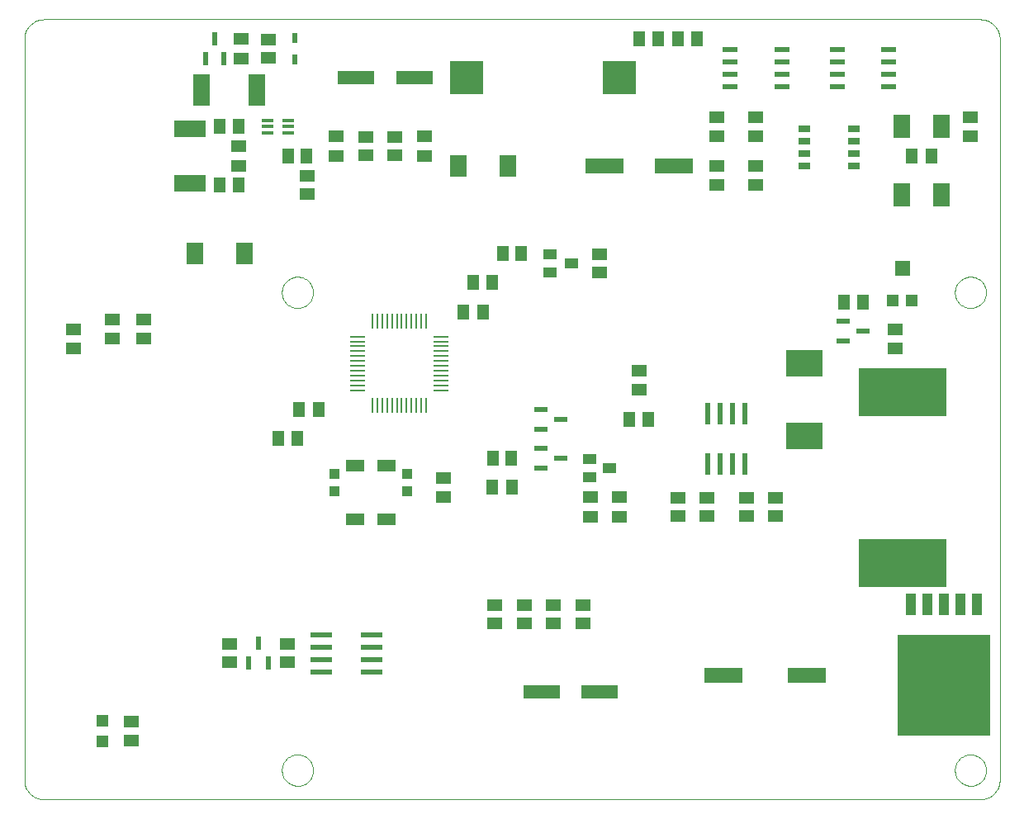
<source format=gtp>
G75*
G70*
%OFA0B0*%
%FSLAX24Y24*%
%IPPOS*%
%LPD*%
%AMOC8*
5,1,8,0,0,1.08239X$1,22.5*
%
%ADD10C,0.0000*%
%ADD11R,0.0098X0.0591*%
%ADD12R,0.0591X0.0098*%
%ADD13R,0.0709X0.1260*%
%ADD14R,0.0709X0.0945*%
%ADD15R,0.0512X0.0630*%
%ADD16R,0.1496X0.0551*%
%ADD17R,0.1575X0.0630*%
%ADD18R,0.0630X0.0512*%
%ADD19R,0.1378X0.1378*%
%ADD20R,0.0220X0.0520*%
%ADD21R,0.1260X0.0709*%
%ADD22R,0.0500X0.0250*%
%ADD23R,0.0600X0.0220*%
%ADD24R,0.0425X0.0413*%
%ADD25R,0.3543X0.1969*%
%ADD26R,0.0520X0.0390*%
%ADD27R,0.1535X0.0630*%
%ADD28R,0.0236X0.0866*%
%ADD29R,0.0866X0.0236*%
%ADD30R,0.0630X0.0591*%
%ADD31R,0.0470X0.0470*%
%ADD32R,0.0709X0.0866*%
%ADD33R,0.0472X0.0472*%
%ADD34R,0.3740X0.4098*%
%ADD35R,0.0420X0.0850*%
%ADD36R,0.1496X0.1102*%
%ADD37R,0.0460X0.0140*%
%ADD38R,0.0520X0.0220*%
%ADD39R,0.0236X0.0394*%
%ADD40R,0.0748X0.0512*%
%ADD41R,0.0551X0.0394*%
D10*
X000947Y001087D02*
X038743Y001087D01*
X038743Y001088D02*
X038797Y001090D01*
X038850Y001095D01*
X038903Y001104D01*
X038955Y001117D01*
X039007Y001133D01*
X039057Y001153D01*
X039105Y001176D01*
X039152Y001203D01*
X039197Y001232D01*
X039240Y001265D01*
X039280Y001300D01*
X039318Y001338D01*
X039353Y001378D01*
X039386Y001421D01*
X039415Y001466D01*
X039442Y001513D01*
X039465Y001561D01*
X039485Y001611D01*
X039501Y001663D01*
X039514Y001715D01*
X039523Y001768D01*
X039528Y001821D01*
X039530Y001875D01*
X039530Y031796D01*
X039528Y031850D01*
X039523Y031903D01*
X039514Y031956D01*
X039501Y032008D01*
X039485Y032060D01*
X039465Y032110D01*
X039442Y032158D01*
X039415Y032205D01*
X039386Y032250D01*
X039353Y032293D01*
X039318Y032333D01*
X039280Y032371D01*
X039240Y032406D01*
X039197Y032439D01*
X039152Y032468D01*
X039105Y032495D01*
X039057Y032518D01*
X039007Y032538D01*
X038955Y032554D01*
X038903Y032567D01*
X038850Y032576D01*
X038797Y032581D01*
X038743Y032583D01*
X000947Y032583D01*
X000893Y032581D01*
X000840Y032576D01*
X000787Y032567D01*
X000735Y032554D01*
X000683Y032538D01*
X000633Y032518D01*
X000585Y032495D01*
X000538Y032468D01*
X000493Y032439D01*
X000450Y032406D01*
X000410Y032371D01*
X000372Y032333D01*
X000337Y032293D01*
X000304Y032250D01*
X000275Y032205D01*
X000248Y032158D01*
X000225Y032110D01*
X000205Y032060D01*
X000189Y032008D01*
X000176Y031956D01*
X000167Y031903D01*
X000162Y031850D01*
X000160Y031796D01*
X000160Y001875D01*
X000162Y001821D01*
X000167Y001768D01*
X000176Y001715D01*
X000189Y001663D01*
X000205Y001611D01*
X000225Y001561D01*
X000248Y001513D01*
X000275Y001466D01*
X000304Y001421D01*
X000337Y001378D01*
X000372Y001338D01*
X000410Y001300D01*
X000450Y001265D01*
X000493Y001232D01*
X000538Y001203D01*
X000585Y001176D01*
X000633Y001153D01*
X000683Y001133D01*
X000735Y001117D01*
X000787Y001104D01*
X000840Y001095D01*
X000893Y001090D01*
X000947Y001088D01*
X010554Y002269D02*
X010556Y002319D01*
X010562Y002369D01*
X010572Y002418D01*
X010586Y002466D01*
X010603Y002513D01*
X010624Y002558D01*
X010649Y002602D01*
X010677Y002643D01*
X010709Y002682D01*
X010743Y002719D01*
X010780Y002753D01*
X010820Y002783D01*
X010862Y002810D01*
X010906Y002834D01*
X010952Y002855D01*
X010999Y002871D01*
X011047Y002884D01*
X011097Y002893D01*
X011146Y002898D01*
X011197Y002899D01*
X011247Y002896D01*
X011296Y002889D01*
X011345Y002878D01*
X011393Y002863D01*
X011439Y002845D01*
X011484Y002823D01*
X011527Y002797D01*
X011568Y002768D01*
X011607Y002736D01*
X011643Y002701D01*
X011675Y002663D01*
X011705Y002623D01*
X011732Y002580D01*
X011755Y002536D01*
X011774Y002490D01*
X011790Y002442D01*
X011802Y002393D01*
X011810Y002344D01*
X011814Y002294D01*
X011814Y002244D01*
X011810Y002194D01*
X011802Y002145D01*
X011790Y002096D01*
X011774Y002048D01*
X011755Y002002D01*
X011732Y001958D01*
X011705Y001915D01*
X011675Y001875D01*
X011643Y001837D01*
X011607Y001802D01*
X011568Y001770D01*
X011527Y001741D01*
X011484Y001715D01*
X011439Y001693D01*
X011393Y001675D01*
X011345Y001660D01*
X011296Y001649D01*
X011247Y001642D01*
X011197Y001639D01*
X011146Y001640D01*
X011097Y001645D01*
X011047Y001654D01*
X010999Y001667D01*
X010952Y001683D01*
X010906Y001704D01*
X010862Y001728D01*
X010820Y001755D01*
X010780Y001785D01*
X010743Y001819D01*
X010709Y001856D01*
X010677Y001895D01*
X010649Y001936D01*
X010624Y001980D01*
X010603Y002025D01*
X010586Y002072D01*
X010572Y002120D01*
X010562Y002169D01*
X010556Y002219D01*
X010554Y002269D01*
X010554Y021560D02*
X010556Y021610D01*
X010562Y021660D01*
X010572Y021709D01*
X010586Y021757D01*
X010603Y021804D01*
X010624Y021849D01*
X010649Y021893D01*
X010677Y021934D01*
X010709Y021973D01*
X010743Y022010D01*
X010780Y022044D01*
X010820Y022074D01*
X010862Y022101D01*
X010906Y022125D01*
X010952Y022146D01*
X010999Y022162D01*
X011047Y022175D01*
X011097Y022184D01*
X011146Y022189D01*
X011197Y022190D01*
X011247Y022187D01*
X011296Y022180D01*
X011345Y022169D01*
X011393Y022154D01*
X011439Y022136D01*
X011484Y022114D01*
X011527Y022088D01*
X011568Y022059D01*
X011607Y022027D01*
X011643Y021992D01*
X011675Y021954D01*
X011705Y021914D01*
X011732Y021871D01*
X011755Y021827D01*
X011774Y021781D01*
X011790Y021733D01*
X011802Y021684D01*
X011810Y021635D01*
X011814Y021585D01*
X011814Y021535D01*
X011810Y021485D01*
X011802Y021436D01*
X011790Y021387D01*
X011774Y021339D01*
X011755Y021293D01*
X011732Y021249D01*
X011705Y021206D01*
X011675Y021166D01*
X011643Y021128D01*
X011607Y021093D01*
X011568Y021061D01*
X011527Y021032D01*
X011484Y021006D01*
X011439Y020984D01*
X011393Y020966D01*
X011345Y020951D01*
X011296Y020940D01*
X011247Y020933D01*
X011197Y020930D01*
X011146Y020931D01*
X011097Y020936D01*
X011047Y020945D01*
X010999Y020958D01*
X010952Y020974D01*
X010906Y020995D01*
X010862Y021019D01*
X010820Y021046D01*
X010780Y021076D01*
X010743Y021110D01*
X010709Y021147D01*
X010677Y021186D01*
X010649Y021227D01*
X010624Y021271D01*
X010603Y021316D01*
X010586Y021363D01*
X010572Y021411D01*
X010562Y021460D01*
X010556Y021510D01*
X010554Y021560D01*
X037719Y021560D02*
X037721Y021610D01*
X037727Y021660D01*
X037737Y021709D01*
X037751Y021757D01*
X037768Y021804D01*
X037789Y021849D01*
X037814Y021893D01*
X037842Y021934D01*
X037874Y021973D01*
X037908Y022010D01*
X037945Y022044D01*
X037985Y022074D01*
X038027Y022101D01*
X038071Y022125D01*
X038117Y022146D01*
X038164Y022162D01*
X038212Y022175D01*
X038262Y022184D01*
X038311Y022189D01*
X038362Y022190D01*
X038412Y022187D01*
X038461Y022180D01*
X038510Y022169D01*
X038558Y022154D01*
X038604Y022136D01*
X038649Y022114D01*
X038692Y022088D01*
X038733Y022059D01*
X038772Y022027D01*
X038808Y021992D01*
X038840Y021954D01*
X038870Y021914D01*
X038897Y021871D01*
X038920Y021827D01*
X038939Y021781D01*
X038955Y021733D01*
X038967Y021684D01*
X038975Y021635D01*
X038979Y021585D01*
X038979Y021535D01*
X038975Y021485D01*
X038967Y021436D01*
X038955Y021387D01*
X038939Y021339D01*
X038920Y021293D01*
X038897Y021249D01*
X038870Y021206D01*
X038840Y021166D01*
X038808Y021128D01*
X038772Y021093D01*
X038733Y021061D01*
X038692Y021032D01*
X038649Y021006D01*
X038604Y020984D01*
X038558Y020966D01*
X038510Y020951D01*
X038461Y020940D01*
X038412Y020933D01*
X038362Y020930D01*
X038311Y020931D01*
X038262Y020936D01*
X038212Y020945D01*
X038164Y020958D01*
X038117Y020974D01*
X038071Y020995D01*
X038027Y021019D01*
X037985Y021046D01*
X037945Y021076D01*
X037908Y021110D01*
X037874Y021147D01*
X037842Y021186D01*
X037814Y021227D01*
X037789Y021271D01*
X037768Y021316D01*
X037751Y021363D01*
X037737Y021411D01*
X037727Y021460D01*
X037721Y021510D01*
X037719Y021560D01*
X037719Y002269D02*
X037721Y002319D01*
X037727Y002369D01*
X037737Y002418D01*
X037751Y002466D01*
X037768Y002513D01*
X037789Y002558D01*
X037814Y002602D01*
X037842Y002643D01*
X037874Y002682D01*
X037908Y002719D01*
X037945Y002753D01*
X037985Y002783D01*
X038027Y002810D01*
X038071Y002834D01*
X038117Y002855D01*
X038164Y002871D01*
X038212Y002884D01*
X038262Y002893D01*
X038311Y002898D01*
X038362Y002899D01*
X038412Y002896D01*
X038461Y002889D01*
X038510Y002878D01*
X038558Y002863D01*
X038604Y002845D01*
X038649Y002823D01*
X038692Y002797D01*
X038733Y002768D01*
X038772Y002736D01*
X038808Y002701D01*
X038840Y002663D01*
X038870Y002623D01*
X038897Y002580D01*
X038920Y002536D01*
X038939Y002490D01*
X038955Y002442D01*
X038967Y002393D01*
X038975Y002344D01*
X038979Y002294D01*
X038979Y002244D01*
X038975Y002194D01*
X038967Y002145D01*
X038955Y002096D01*
X038939Y002048D01*
X038920Y002002D01*
X038897Y001958D01*
X038870Y001915D01*
X038840Y001875D01*
X038808Y001837D01*
X038772Y001802D01*
X038733Y001770D01*
X038692Y001741D01*
X038649Y001715D01*
X038604Y001693D01*
X038558Y001675D01*
X038510Y001660D01*
X038461Y001649D01*
X038412Y001642D01*
X038362Y001639D01*
X038311Y001640D01*
X038262Y001645D01*
X038212Y001654D01*
X038164Y001667D01*
X038117Y001683D01*
X038071Y001704D01*
X038027Y001728D01*
X037985Y001755D01*
X037945Y001785D01*
X037908Y001819D01*
X037874Y001856D01*
X037842Y001895D01*
X037814Y001936D01*
X037789Y001980D01*
X037768Y002025D01*
X037751Y002072D01*
X037737Y002120D01*
X037727Y002169D01*
X037721Y002219D01*
X037719Y002269D01*
D11*
X016377Y017001D03*
X016180Y017001D03*
X015983Y017001D03*
X015786Y017001D03*
X015589Y017001D03*
X015392Y017001D03*
X015195Y017001D03*
X014999Y017001D03*
X014802Y017001D03*
X014605Y017001D03*
X014408Y017001D03*
X014211Y017001D03*
X014211Y020387D03*
X014408Y020387D03*
X014605Y020387D03*
X014802Y020387D03*
X014999Y020387D03*
X015195Y020387D03*
X015392Y020387D03*
X015589Y020387D03*
X015786Y020387D03*
X015983Y020387D03*
X016180Y020387D03*
X016377Y020387D03*
D12*
X016987Y019776D03*
X016987Y019580D03*
X016987Y019383D03*
X016987Y019186D03*
X016987Y018989D03*
X016987Y018792D03*
X016987Y018595D03*
X016987Y018398D03*
X016987Y018202D03*
X016987Y018005D03*
X016987Y017808D03*
X016987Y017611D03*
X013601Y017611D03*
X013601Y017808D03*
X013601Y018005D03*
X013601Y018202D03*
X013601Y018398D03*
X013601Y018595D03*
X013601Y018792D03*
X013601Y018989D03*
X013601Y019186D03*
X013601Y019383D03*
X013601Y019580D03*
X013601Y019776D03*
D13*
X009530Y029729D03*
X007325Y029729D03*
D14*
X035583Y028253D03*
X037178Y028253D03*
X037178Y025497D03*
X035583Y025497D03*
D15*
X035987Y027072D03*
X036774Y027072D03*
X033999Y021166D03*
X033251Y021166D03*
X025357Y016442D03*
X024569Y016442D03*
X019825Y014867D03*
X019077Y014867D03*
X019058Y013686D03*
X019845Y013686D03*
X018664Y020772D03*
X017877Y020772D03*
X018270Y021954D03*
X019058Y021954D03*
X019471Y023135D03*
X020219Y023135D03*
X012046Y016835D03*
X011258Y016835D03*
X011184Y015654D03*
X010396Y015654D03*
X008802Y025891D03*
X008054Y025891D03*
X008054Y028253D03*
X008802Y028253D03*
X010810Y027072D03*
X011558Y027072D03*
X024983Y031796D03*
X025731Y031796D03*
X026538Y031796D03*
X027325Y031796D03*
D16*
X015908Y030221D03*
X013546Y030221D03*
X021026Y005418D03*
X023388Y005418D03*
D17*
X023566Y026678D03*
X026361Y026678D03*
D18*
X028113Y026658D03*
X028113Y025910D03*
X029688Y025910D03*
X029688Y026658D03*
X029688Y027879D03*
X029688Y028627D03*
X028113Y028627D03*
X028113Y027879D03*
X023388Y023115D03*
X023388Y022367D03*
X024963Y018391D03*
X024963Y017643D03*
X024176Y013292D03*
X024176Y012505D03*
X022995Y012505D03*
X022995Y013292D03*
X026538Y013272D03*
X026538Y012524D03*
X027719Y012524D03*
X027719Y013272D03*
X029294Y013272D03*
X029294Y012524D03*
X030475Y012524D03*
X030475Y013272D03*
X035298Y019316D03*
X035298Y020064D03*
X038349Y027859D03*
X038349Y028646D03*
X017089Y014060D03*
X017089Y013312D03*
X019156Y008942D03*
X019156Y008194D03*
X020337Y008194D03*
X020337Y008942D03*
X021518Y008942D03*
X021518Y008194D03*
X022699Y008194D03*
X022699Y008942D03*
X010790Y007367D03*
X010790Y006619D03*
X008428Y006619D03*
X008428Y007367D03*
X004491Y004217D03*
X004491Y003469D03*
X002129Y019316D03*
X002129Y020064D03*
X003703Y019709D03*
X003703Y020457D03*
X004983Y020477D03*
X004983Y019690D03*
X011577Y025517D03*
X011577Y026265D03*
X012758Y027072D03*
X012758Y027859D03*
X013940Y027839D03*
X013940Y027091D03*
X015121Y027091D03*
X015121Y027839D03*
X016302Y027859D03*
X016302Y027072D03*
X010003Y031028D03*
X010003Y031776D03*
X008920Y031796D03*
X008920Y031009D03*
X008821Y027465D03*
X008821Y026678D03*
D19*
X017996Y030221D03*
X024176Y030221D03*
D20*
X008197Y031002D03*
X007477Y031002D03*
X007837Y031802D03*
X009609Y007393D03*
X010009Y006593D03*
X009209Y006593D03*
D21*
X006853Y025969D03*
X006853Y028174D03*
D22*
X031656Y028178D03*
X031656Y027678D03*
X031656Y027178D03*
X031656Y026678D03*
X033656Y026678D03*
X033656Y027178D03*
X033656Y027678D03*
X033656Y028178D03*
D23*
X032978Y029865D03*
X032978Y030365D03*
X032978Y030865D03*
X032978Y031365D03*
X035058Y031365D03*
X035058Y030865D03*
X035058Y030365D03*
X035058Y029865D03*
X030728Y029865D03*
X030728Y030365D03*
X030728Y030865D03*
X030728Y031365D03*
X028648Y031365D03*
X028648Y030865D03*
X028648Y030365D03*
X028648Y029865D03*
D24*
X015613Y014227D03*
X015613Y013538D03*
X012660Y013538D03*
X012660Y014227D03*
D25*
X035593Y017524D03*
X035593Y010635D03*
D26*
X023788Y014473D03*
X022988Y014103D03*
X022988Y014843D03*
D27*
X028384Y006107D03*
X031731Y006107D03*
D28*
X029256Y014631D03*
X028756Y014631D03*
X028256Y014631D03*
X027756Y014631D03*
X027756Y016678D03*
X028256Y016678D03*
X028756Y016678D03*
X029256Y016678D03*
D29*
X014176Y007743D03*
X014176Y007243D03*
X014176Y006743D03*
X014176Y006243D03*
X012129Y006243D03*
X012129Y006743D03*
X012129Y007243D03*
X012129Y007743D03*
D30*
X035593Y022524D03*
D31*
X035199Y021245D03*
X035987Y021245D03*
D32*
X019668Y026678D03*
X017660Y026678D03*
X009038Y023135D03*
X007030Y023135D03*
D33*
X003310Y004257D03*
X003310Y003430D03*
D34*
X037266Y005698D03*
D35*
X037266Y008978D03*
X037936Y008978D03*
X038606Y008978D03*
X036596Y008978D03*
X035926Y008978D03*
D36*
X031656Y015772D03*
X031656Y018686D03*
D37*
X010806Y027993D03*
X010806Y028253D03*
X010806Y028513D03*
X009986Y028513D03*
X009986Y028253D03*
X009986Y027993D03*
D38*
X021020Y016842D03*
X021020Y016042D03*
X021020Y015267D03*
X021020Y014467D03*
X021820Y014867D03*
X021820Y016442D03*
X033225Y019585D03*
X033225Y020385D03*
X034025Y019985D03*
D39*
X011085Y030969D03*
X011085Y031835D03*
D40*
X013506Y014572D03*
X014766Y014572D03*
X014766Y012406D03*
X013506Y012406D03*
D41*
X021380Y022367D03*
X021380Y023115D03*
X022247Y022741D03*
M02*

</source>
